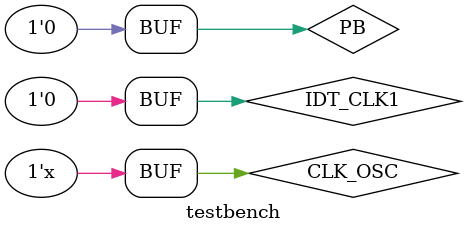
<source format=v>
`timescale 1ns / 1ps


module testbench;

	// Inputs
	reg CLK_OSC;
	reg IDT_CLK1;
	reg PB;

	// Outputs
	wire IDT_ICLK;
	wire IDT_SCLK;
	wire IDT_STROBE;
	wire IDT_DATA;
	wire LED_RED;
	wire LED_GREEN;
	wire LED_BLUE;
	wire [11:0] LPDDR_A;
	wire LPDDR_CK_P;
	wire LPDDR_CK_N;
	wire LPDDR_CKE;
	wire LPDDR_WE_B;
	wire LPDDR_CAS_B;
	wire LPDDR_RAS_B;
	wire [3:0] LPDDR_DM;
	wire [1:0] LPDDR_BA;
	wire VGA_CLK;
	wire VGA_VSYNC;
	wire VGA_HSYNC;
	wire VGA_BLANK_B;
	wire [7:0] VGA_R;
	wire [7:0] VGA_G;
	wire [7:0] VGA_B;
	wire USB_CLKIN;

	// Bidirs
	wire [31:0] LPDDR_DQ;
	wire [3:0] LPDDR_DQS;
	wire VGA_SCL;
	wire VGA_SDA;

	// Instantiate the Unit Under Test (UUT)
	pano_top uut (
		.CLK_OSC(CLK_OSC), 
		.IDT_ICLK(IDT_ICLK), 
		.IDT_CLK1(IDT_CLK1), 
		.IDT_SCLK(IDT_SCLK), 
		.IDT_STROBE(IDT_STROBE), 
		.IDT_DATA(IDT_DATA), 
		.LED_RED(LED_RED), 
		.LED_GREEN(LED_GREEN), 
		.LED_BLUE(LED_BLUE), 
		.PB(PB), 
		.LPDDR_A(LPDDR_A), 
		.LPDDR_CK_P(LPDDR_CK_P), 
		.LPDDR_CK_N(LPDDR_CK_N), 
		.LPDDR_CKE(LPDDR_CKE), 
		.LPDDR_WE_B(LPDDR_WE_B), 
		.LPDDR_CAS_B(LPDDR_CAS_B), 
		.LPDDR_RAS_B(LPDDR_RAS_B), 
		.LPDDR_DM(LPDDR_DM), 
		.LPDDR_BA(LPDDR_BA), 
		.LPDDR_DQ(LPDDR_DQ), 
		.LPDDR_DQS(LPDDR_DQS), 
		.VGA_CLK(VGA_CLK), 
		.VGA_VSYNC(VGA_VSYNC), 
		.VGA_HSYNC(VGA_HSYNC), 
		.VGA_BLANK_B(VGA_BLANK_B), 
		.VGA_SCL(VGA_SCL), 
		.VGA_SDA(VGA_SDA), 
		.VGA_R(VGA_R), 
		.VGA_G(VGA_G), 
		.VGA_B(VGA_B), 
		.USB_CLKIN(USB_CLKIN)
	);
    
    mobile_ddr mobile_ddr
    (
        .Dq    (LPDDR_DQ),
        .Dqs   (LPDDR_DQS),
        .Addr  (LPDDR_A),
        .Ba    (LPDDR_BA),
        .Clk   (LPDDR_CK_P),
        .Clk_n (LPDDR_CK_N),
        .Cke   (LPDDR_CKE),
        .Cs_n  (1'b0),
        .Ras_n (LPDDR_RAS_B),
        .Cas_n (LPDDR_CAS_B),
        .We_n  (LPDDR_WE_B),
        .Dm    (LPDDR_DM)
    );

	initial begin
		// Initialize Inputs
		CLK_OSC = 0;
		IDT_CLK1 = 0;
		PB = 1;

		// Wait 100 ns for global reset to finish
		#100;
        
		// Add stimulus here
        PB = 0;
	end
    
    always
        #5 CLK_OSC = !CLK_OSC;
endmodule


</source>
